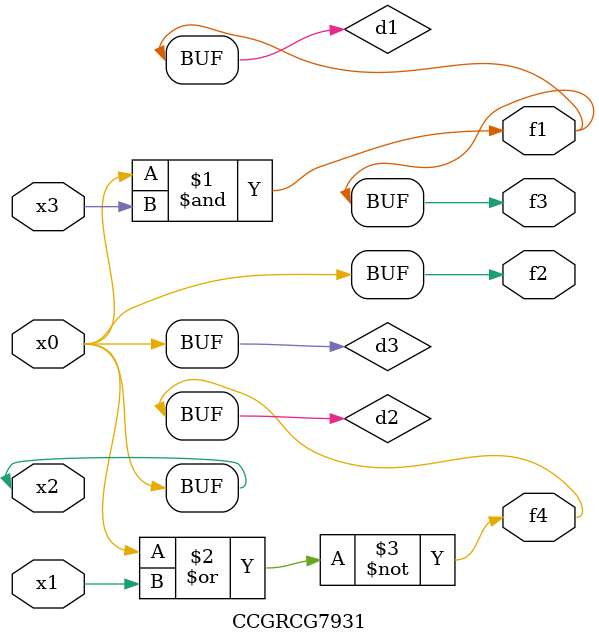
<source format=v>
module CCGRCG7931(
	input x0, x1, x2, x3,
	output f1, f2, f3, f4
);

	wire d1, d2, d3;

	and (d1, x2, x3);
	nor (d2, x0, x1);
	buf (d3, x0, x2);
	assign f1 = d1;
	assign f2 = d3;
	assign f3 = d1;
	assign f4 = d2;
endmodule

</source>
